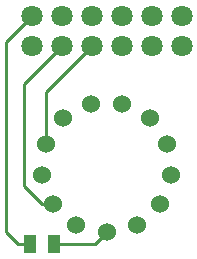
<source format=gbl>
G04 Layer_Physical_Order=2*
G04 Layer_Color=16711680*
%FSLAX44Y44*%
%MOMM*%
G71*
G01*
G75*
%ADD10C,0.2540*%
%ADD11C,1.8000*%
%ADD12C,1.5240*%
%ADD13R,1.0160X1.5240*%
D10*
X339000Y1060000D02*
X349000Y1070000D01*
X304160Y1060000D02*
X339000D01*
X264000Y1070000D02*
Y1231200D01*
X274000Y1060000D02*
X283840D01*
X264000Y1070000D02*
X274000Y1060000D01*
X336300Y1227300D02*
Y1227300D01*
X297600Y1188600D02*
X336300Y1227300D01*
X297600Y1144500D02*
Y1188600D01*
X294000Y1093800D02*
X303700D01*
X279000Y1108800D02*
X294000Y1093800D01*
X279000Y1108800D02*
Y1195400D01*
X310900Y1227300D01*
X264000Y1231200D02*
X285500Y1252700D01*
D11*
X412500D02*
D03*
Y1227300D02*
D03*
X387100D02*
D03*
Y1252700D02*
D03*
X361700D02*
D03*
Y1227300D02*
D03*
X285500D02*
D03*
Y1252700D02*
D03*
X310900D02*
D03*
Y1227300D02*
D03*
X336300D02*
D03*
Y1252700D02*
D03*
D12*
X303700Y1093800D02*
D03*
X323500Y1076300D02*
D03*
X349000Y1070000D02*
D03*
X294400Y1118400D02*
D03*
X297600Y1144500D02*
D03*
X312500Y1166200D02*
D03*
X335800Y1178400D02*
D03*
X362200D02*
D03*
X385500Y1166200D02*
D03*
X400400Y1144500D02*
D03*
X403600Y1118400D02*
D03*
X394300Y1093800D02*
D03*
X374500Y1076300D02*
D03*
D13*
X283840Y1060000D02*
D03*
X304160D02*
D03*
M02*

</source>
